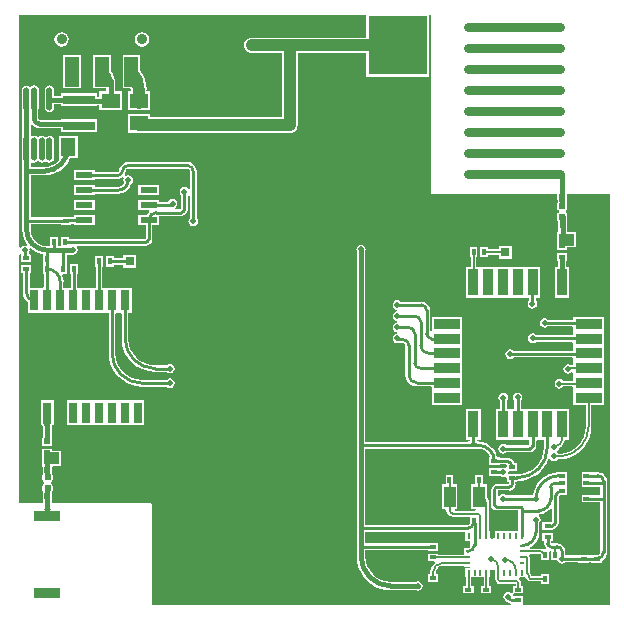
<source format=gbr>
G04*
G04 #@! TF.GenerationSoftware,Altium Limited,Altium Designer,25.5.2 (35)*
G04*
G04 Layer_Physical_Order=1*
G04 Layer_Color=255*
%FSLAX25Y25*%
%MOIN*%
G70*
G04*
G04 #@! TF.SameCoordinates,0BB90384-501E-406B-A6C2-AE9EDDEAC3CB*
G04*
G04*
G04 #@! TF.FilePolarity,Positive*
G04*
G01*
G75*
%ADD10C,0.00984*%
%ADD13C,0.00787*%
%ADD16C,0.01000*%
%ADD17C,0.00591*%
%ADD19R,0.04724X0.09843*%
%ADD20R,0.02031X0.07694*%
G04:AMPARAMS|DCode=21|XSize=76.94mil|YSize=20.31mil|CornerRadius=10.15mil|HoleSize=0mil|Usage=FLASHONLY|Rotation=90.000|XOffset=0mil|YOffset=0mil|HoleType=Round|Shape=RoundedRectangle|*
%AMROUNDEDRECTD21*
21,1,0.07694,0.00000,0,0,90.0*
21,1,0.05664,0.02031,0,0,90.0*
1,1,0.02031,0.00000,0.02832*
1,1,0.02031,0.00000,-0.02832*
1,1,0.02031,0.00000,-0.02832*
1,1,0.02031,0.00000,0.02832*
%
%ADD21ROUNDEDRECTD21*%
%ADD22R,0.02254X0.01438*%
%ADD23R,0.01968X0.01378*%
%ADD24R,0.01000X0.01900*%
%ADD25R,0.01438X0.02254*%
%ADD26R,0.05118X0.06299*%
%ADD27R,0.05750X0.02200*%
%ADD28R,0.03543X0.09055*%
%ADD29R,0.01500X0.01000*%
%ADD30R,0.08661X0.04134*%
%ADD31R,0.19685X0.19685*%
%ADD32R,0.03150X0.03150*%
%ADD33R,0.06299X0.05118*%
G04:AMPARAMS|DCode=34|XSize=21.65mil|YSize=19.68mil|CornerRadius=2.46mil|HoleSize=0mil|Usage=FLASHONLY|Rotation=270.000|XOffset=0mil|YOffset=0mil|HoleType=Round|Shape=RoundedRectangle|*
%AMROUNDEDRECTD34*
21,1,0.02165,0.01476,0,0,270.0*
21,1,0.01673,0.01968,0,0,270.0*
1,1,0.00492,-0.00738,-0.00837*
1,1,0.00492,-0.00738,0.00837*
1,1,0.00492,0.00738,0.00837*
1,1,0.00492,0.00738,-0.00837*
%
%ADD34ROUNDEDRECTD34*%
%ADD35R,0.09055X0.03543*%
%ADD36R,0.19685X0.19685*%
%ADD37R,0.08503X0.03791*%
%ADD38R,0.01968X0.03937*%
%ADD39R,0.03937X0.03937*%
%ADD40R,0.04134X0.03937*%
G04:AMPARAMS|DCode=41|XSize=21.65mil|YSize=19.68mil|CornerRadius=2.46mil|HoleSize=0mil|Usage=FLASHONLY|Rotation=0.000|XOffset=0mil|YOffset=0mil|HoleType=Round|Shape=RoundedRectangle|*
%AMROUNDEDRECTD41*
21,1,0.02165,0.01476,0,0,0.0*
21,1,0.01673,0.01968,0,0,0.0*
1,1,0.00492,0.00837,-0.00738*
1,1,0.00492,-0.00837,-0.00738*
1,1,0.00492,-0.00837,0.00738*
1,1,0.00492,0.00837,0.00738*
%
%ADD41ROUNDEDRECTD41*%
%ADD42R,0.03950X0.07100*%
%ADD43R,0.10630X0.03150*%
%ADD46R,0.03150X0.07087*%
%ADD49R,0.02756X0.07087*%
%ADD59C,0.03543*%
%ADD61C,0.01575*%
%ADD62C,0.03937*%
%ADD63C,0.02000*%
%ADD64C,0.03150*%
%ADD65C,0.01693*%
%ADD66C,0.01968*%
%ADD67C,0.03937*%
G36*
X137162Y196800D02*
Y137745D01*
X137350Y137293D01*
X137802Y137106D01*
X178957D01*
X179481Y136937D01*
Y135263D01*
X179491Y135213D01*
X179474Y135172D01*
X179503Y135102D01*
X179496Y135084D01*
X179548Y134246D01*
X179475Y134136D01*
X179410Y133810D01*
Y132334D01*
X179475Y132007D01*
X179660Y131730D01*
X179855Y131600D01*
X179900Y131300D01*
X179855Y131000D01*
X179660Y130870D01*
X179475Y130593D01*
X179410Y130266D01*
Y128790D01*
X179475Y128464D01*
X179660Y128187D01*
X179662Y128186D01*
X179659Y128104D01*
X179635Y127839D01*
X179626Y127780D01*
X179613Y127728D01*
X179624Y127657D01*
X179622Y127643D01*
X179574Y127528D01*
X179591Y127487D01*
X179580Y127437D01*
Y125763D01*
X179645Y125437D01*
X179707Y125346D01*
Y124449D01*
X179283D01*
Y121097D01*
X179282D01*
Y118478D01*
X182718D01*
Y119331D01*
X184402D01*
Y119341D01*
X185694D01*
Y124459D01*
X182637D01*
Y125346D01*
X182698Y125437D01*
X182763Y125763D01*
Y127437D01*
X182753Y127487D01*
X182770Y127528D01*
X182741Y127597D01*
X182747Y127616D01*
X182697Y128422D01*
X182725Y128464D01*
X182790Y128790D01*
Y130266D01*
X182725Y130593D01*
X182540Y130870D01*
X182345Y131000D01*
X182300Y131300D01*
X182345Y131600D01*
X182540Y131730D01*
X182725Y132007D01*
X182790Y132334D01*
Y133810D01*
X182725Y134136D01*
X182576Y134359D01*
X182584Y134596D01*
X182608Y134861D01*
X182617Y134920D01*
X182630Y134971D01*
X182619Y135043D01*
X182622Y135057D01*
X182669Y135172D01*
X182653Y135213D01*
X182663Y135263D01*
Y136937D01*
X183186Y137106D01*
X196850D01*
Y0D01*
X168466D01*
X168056Y341D01*
X168056Y551D01*
Y2960D01*
X165113D01*
X164742Y2960D01*
X164547Y3481D01*
X164698Y3715D01*
X164732Y3767D01*
X164878Y3915D01*
X165013Y3915D01*
X168056D01*
Y6535D01*
X167303D01*
Y7600D01*
X167311D01*
X167211Y8102D01*
X166927Y8527D01*
X166656Y8708D01*
X166823Y9259D01*
X168665D01*
X169078Y8926D01*
X169627Y8210D01*
X169637Y8220D01*
X169930Y8024D01*
X170276Y7955D01*
X173887D01*
Y7141D01*
X176507D01*
Y10576D01*
X173887D01*
Y9761D01*
X170735D01*
X170518Y10086D01*
X170380Y10777D01*
X170382Y10783D01*
Y15800D01*
X170313Y16146D01*
X170117Y16439D01*
X170125Y16446D01*
X170075Y16480D01*
X170242Y17031D01*
X173878D01*
Y17007D01*
X173887Y17003D01*
Y15182D01*
X176507D01*
Y17754D01*
X177016Y18183D01*
X177347Y18127D01*
X177462Y17944D01*
Y15182D01*
X179457D01*
X179517Y14886D01*
X179865Y14365D01*
X180385Y14017D01*
X181000Y13894D01*
X181614Y14017D01*
X182135Y14365D01*
X182151Y14388D01*
X186471D01*
Y14226D01*
X189906D01*
Y14424D01*
X190802D01*
Y14226D01*
X194237D01*
Y14872D01*
X194261Y14882D01*
X194982Y15435D01*
X195536Y16156D01*
X195884Y16996D01*
X196002Y17898D01*
X195994D01*
Y35433D01*
X195996D01*
X195994Y35443D01*
Y40354D01*
X196000D01*
X195994Y40383D01*
Y41339D01*
X195998D01*
X195896Y42112D01*
X195598Y42832D01*
X195123Y43450D01*
X194505Y43925D01*
X193785Y44223D01*
X193012Y44325D01*
Y44321D01*
X190650D01*
Y44488D01*
X187500D01*
Y41929D01*
Y39370D01*
X190650D01*
Y39538D01*
X193770D01*
Y36643D01*
X190650D01*
Y36811D01*
X187500D01*
Y34252D01*
X190650D01*
Y34420D01*
X193770D01*
Y17898D01*
X193765D01*
X193670Y17421D01*
X193401Y17017D01*
X193143Y16845D01*
X190802D01*
Y16647D01*
X189906D01*
Y16845D01*
X186471D01*
Y16612D01*
X182151D01*
X182135Y16635D01*
X182112Y16651D01*
Y17913D01*
X182114D01*
X182021Y18615D01*
X181750Y19270D01*
X181319Y19831D01*
X180757Y20263D01*
X180102Y20534D01*
X179400Y20626D01*
Y20625D01*
X177312D01*
Y21509D01*
X177899D01*
Y24129D01*
X174464D01*
Y21509D01*
X175088D01*
Y20500D01*
X175069D01*
X175230Y19689D01*
X175578Y19169D01*
X175348Y18618D01*
X174764D01*
X174628Y18709D01*
X173878Y18858D01*
Y18837D01*
X170414D01*
X170305Y19389D01*
X170599Y19510D01*
X171752Y20395D01*
X172636Y21548D01*
X173193Y22891D01*
X173382Y24331D01*
X173356D01*
Y27392D01*
X173380Y27408D01*
X173728Y27929D01*
X173850Y28543D01*
X173728Y29158D01*
X173380Y29679D01*
X173149Y29833D01*
X173182Y30066D01*
X173329Y30375D01*
X174541Y30535D01*
X175764Y31041D01*
X176814Y31847D01*
X177077Y32190D01*
X177628Y32003D01*
Y27703D01*
X174464D01*
Y25084D01*
X177899D01*
Y25323D01*
X178455Y25434D01*
X179201Y25933D01*
X179700Y26679D01*
X179875Y27559D01*
X179852D01*
Y34936D01*
X179888Y34970D01*
Y34970D01*
X179892Y34979D01*
X179878Y35433D01*
X179897Y35976D01*
X179899Y36004D01*
X179908Y36025D01*
X180100Y36496D01*
X180194Y36637D01*
X180455Y36811D01*
X182579D01*
Y39370D01*
Y41929D01*
Y44488D01*
X179429D01*
Y44285D01*
X178284Y44172D01*
X176625Y43669D01*
X175096Y42852D01*
X173757Y41752D01*
X172657Y40412D01*
X171840Y38884D01*
X171337Y37225D01*
X171287Y36717D01*
X171165Y36635D01*
X171149Y36612D01*
X162488D01*
X162032Y36917D01*
X161417Y37039D01*
X160803Y36917D01*
X160282Y36568D01*
X160128Y36338D01*
X159576Y36505D01*
Y38258D01*
X163386D01*
Y38239D01*
X164195Y38400D01*
X164882Y38859D01*
X165340Y39545D01*
X165501Y40354D01*
X165482D01*
Y41194D01*
X166087D01*
Y41380D01*
X167819Y41516D01*
X169517Y41924D01*
X171130Y42592D01*
X172618Y43504D01*
X173945Y44638D01*
X175079Y45965D01*
X175991Y47453D01*
X176482Y48639D01*
X177104Y48700D01*
X177262Y48465D01*
X177783Y48117D01*
X178397Y47994D01*
X179012Y48117D01*
X179533Y48465D01*
X179697Y48711D01*
X180505Y48720D01*
X180528Y48720D01*
X180537Y48712D01*
X180596Y48719D01*
X181059Y48775D01*
X181566Y48815D01*
X181613Y48826D01*
X183232Y49215D01*
X184815Y49871D01*
X186276Y50766D01*
X187579Y51879D01*
X188692Y53182D01*
X189587Y54643D01*
X190243Y56226D01*
X190643Y57892D01*
X190778Y59600D01*
X190761D01*
Y66852D01*
X194976D01*
Y71222D01*
X194976Y71576D01*
X194976Y72127D01*
Y76144D01*
X194976Y76497D01*
X194976Y77048D01*
Y81065D01*
X194976Y81419D01*
X194976Y81970D01*
Y85986D01*
X194976Y86340D01*
X194976Y86891D01*
Y90908D01*
X194976Y91261D01*
X194976Y91812D01*
Y96183D01*
X184740D01*
Y95206D01*
X176348D01*
X176332Y95230D01*
X175811Y95578D01*
X175197Y95700D01*
X174582Y95578D01*
X174062Y95230D01*
X173713Y94709D01*
X173591Y94095D01*
X173713Y93480D01*
X174062Y92959D01*
X174582Y92611D01*
X175197Y92489D01*
X175811Y92611D01*
X176332Y92959D01*
X176348Y92983D01*
X184350D01*
X184740Y92593D01*
X184740Y91459D01*
X184740Y90908D01*
Y90088D01*
X172411D01*
X172395Y90112D01*
X171874Y90460D01*
X171260Y90582D01*
X170645Y90460D01*
X170124Y90112D01*
X169776Y89591D01*
X169654Y88976D01*
X169776Y88362D01*
X170124Y87841D01*
X170645Y87493D01*
X171260Y87371D01*
X171874Y87493D01*
X172395Y87841D01*
X172411Y87865D01*
X184350D01*
X184740Y87475D01*
X184740Y86537D01*
X184740Y85986D01*
Y84812D01*
X164851D01*
X164835Y84835D01*
X164314Y85183D01*
X163700Y85306D01*
X163085Y85183D01*
X162565Y84835D01*
X162217Y84315D01*
X162094Y83700D01*
X162217Y83086D01*
X162565Y82565D01*
X163085Y82217D01*
X163700Y82094D01*
X164314Y82217D01*
X164835Y82565D01*
X164851Y82588D01*
X184350D01*
X184740Y82198D01*
X184740Y81616D01*
X184740Y81065D01*
Y79960D01*
X184080D01*
X183685Y80224D01*
X183071Y80346D01*
X182456Y80224D01*
X181936Y79875D01*
X181587Y79355D01*
X181465Y78740D01*
X181587Y78126D01*
X181936Y77605D01*
X182456Y77257D01*
X183071Y77135D01*
X183685Y77257D01*
X184189Y77593D01*
X184295Y77573D01*
X184740Y77411D01*
X184740Y76695D01*
X184740Y76144D01*
Y74722D01*
X181409D01*
X181254Y74954D01*
X180733Y75302D01*
X180118Y75424D01*
X179504Y75302D01*
X178983Y74954D01*
X178635Y74433D01*
X178513Y73819D01*
X178635Y73204D01*
X178983Y72684D01*
X179504Y72335D01*
X180118Y72213D01*
X180733Y72335D01*
X181254Y72684D01*
X181409Y72916D01*
X184350D01*
X184740Y72526D01*
X184740Y71773D01*
X184740Y71222D01*
Y66852D01*
X188955D01*
Y59600D01*
X188962Y59562D01*
X188791Y57823D01*
X188273Y56115D01*
X187431Y54540D01*
X186298Y53160D01*
X184918Y52027D01*
X183344Y51185D01*
X181635Y50667D01*
X180546Y50560D01*
X180516Y50586D01*
X180497Y50578D01*
X179949Y50520D01*
X179739Y50518D01*
X179554Y50703D01*
X179533Y50735D01*
X179499Y50757D01*
X179333Y50924D01*
Y51531D01*
X179533Y51665D01*
X179881Y52185D01*
X179942Y52494D01*
X180564Y52769D01*
X180567Y52764D01*
X181026Y53071D01*
X181108Y53194D01*
X181106Y53195D01*
X181137Y53241D01*
X181445Y53642D01*
X181796Y54490D01*
X181895Y55238D01*
X183362D01*
Y65474D01*
X178638D01*
Y65474D01*
X178441D01*
Y65474D01*
X174070D01*
X173717Y65474D01*
X173166Y65474D01*
X169149D01*
X168795Y65474D01*
X168244Y65474D01*
X167312D01*
Y68149D01*
X167335Y68165D01*
X167683Y68686D01*
X167806Y69300D01*
X167683Y69915D01*
X167335Y70435D01*
X166814Y70783D01*
X166200Y70906D01*
X165585Y70783D01*
X165065Y70435D01*
X164717Y69915D01*
X164594Y69300D01*
X164717Y68686D01*
X165065Y68165D01*
X165088Y68149D01*
Y65864D01*
X164698Y65474D01*
X163874Y65474D01*
X163323Y65474D01*
X162512D01*
Y68049D01*
X162535Y68065D01*
X162883Y68585D01*
X163006Y69200D01*
X162883Y69814D01*
X162535Y70335D01*
X162014Y70683D01*
X161400Y70806D01*
X160785Y70683D01*
X160265Y70335D01*
X159917Y69814D01*
X159794Y69200D01*
X159917Y68585D01*
X160265Y68065D01*
X160288Y68049D01*
Y65474D01*
X158953D01*
Y55238D01*
X163323D01*
X163677Y55238D01*
X164228Y55238D01*
X168244D01*
X168598Y55238D01*
X169149Y55238D01*
X170148D01*
Y53277D01*
X162568D01*
X162553Y53301D01*
X162032Y53649D01*
X161417Y53771D01*
X160803Y53649D01*
X160282Y53301D01*
X159934Y52780D01*
X159812Y52165D01*
X159934Y51551D01*
X160282Y51030D01*
X160803Y50682D01*
X161417Y50560D01*
X162032Y50682D01*
X162553Y51030D01*
X162568Y51053D01*
X170276D01*
Y51034D01*
X171085Y51195D01*
X171771Y51654D01*
X172230Y52340D01*
X172391Y53150D01*
X172372D01*
Y54848D01*
X172761Y55238D01*
X173519Y55238D01*
X174070Y55238D01*
X174967D01*
Y52504D01*
X174977Y52456D01*
X174810Y50767D01*
X174304Y49097D01*
X173481Y47558D01*
X172374Y46209D01*
X171025Y45102D01*
X169486Y44279D01*
X167816Y43773D01*
X166639Y43657D01*
X166087Y43814D01*
Y43814D01*
X163362D01*
X163013Y44240D01*
X163023Y44291D01*
X163013Y44343D01*
X163362Y44769D01*
X166087D01*
Y47388D01*
X165170D01*
X165074Y47622D01*
X164583Y48261D01*
X163944Y48751D01*
X163200Y49059D01*
X162402Y49164D01*
Y49159D01*
X160182D01*
Y49357D01*
X159443D01*
X159101Y50482D01*
X158514Y51581D01*
X157723Y52545D01*
X156759Y53337D01*
X155659Y53924D01*
X154465Y54286D01*
X153224Y54409D01*
X153217Y54597D01*
X152584D01*
Y55238D01*
X153834D01*
Y65474D01*
X149110D01*
Y55238D01*
X150360D01*
Y54597D01*
X149783D01*
Y54399D01*
X115405D01*
Y117868D01*
X115483Y117985D01*
X115606Y118600D01*
X115483Y119214D01*
X115135Y119735D01*
X114614Y120083D01*
X114000Y120206D01*
X113385Y120083D01*
X112865Y119735D01*
X112517Y119214D01*
X112394Y118600D01*
X112517Y117985D01*
X112595Y117868D01*
Y53200D01*
Y30300D01*
Y25591D01*
Y19600D01*
Y16400D01*
X112587D01*
X112727Y14615D01*
X113145Y12873D01*
X113831Y11219D01*
X114767Y9691D01*
X115930Y8330D01*
X117291Y7167D01*
X118819Y6231D01*
X120473Y5545D01*
X122215Y5127D01*
X124000Y4987D01*
Y4995D01*
X132268D01*
X132386Y4917D01*
X133000Y4794D01*
X133615Y4917D01*
X134135Y5265D01*
X134483Y5785D01*
X134606Y6400D01*
X134483Y7015D01*
X134135Y7535D01*
X133615Y7883D01*
X133000Y8006D01*
X132386Y7883D01*
X132268Y7805D01*
X124000D01*
X123938Y7793D01*
X122320Y7952D01*
X120704Y8442D01*
X119215Y9238D01*
X117909Y10309D01*
X116838Y11615D01*
X116042Y13104D01*
X115552Y14720D01*
X115393Y16338D01*
X115405Y16400D01*
Y18375D01*
X136314D01*
Y18178D01*
X139749D01*
Y20797D01*
X136314D01*
Y20599D01*
X115405D01*
Y24479D01*
X148767D01*
Y21560D01*
X150161D01*
Y19222D01*
X150033Y19137D01*
X149616Y19054D01*
Y19046D01*
X149508Y19025D01*
X148275D01*
Y16816D01*
X139749D01*
Y17222D01*
X136314D01*
Y14603D01*
X138362D01*
X138549Y14052D01*
X138225Y13803D01*
X137622Y13017D01*
X137243Y12101D01*
X137113Y11119D01*
X137128D01*
Y10460D01*
X136314D01*
Y7841D01*
X139749D01*
Y10460D01*
X138935D01*
Y11119D01*
X138932Y11133D01*
X139080Y11877D01*
X139509Y12519D01*
X140152Y12949D01*
X140896Y13097D01*
X140910Y13094D01*
X148275D01*
Y12907D01*
X150161D01*
Y12341D01*
X148767D01*
Y9259D01*
X148954D01*
Y6535D01*
X148082D01*
Y3915D01*
X151517D01*
Y6535D01*
X150761D01*
Y9259D01*
X154860D01*
Y6535D01*
X153982D01*
Y3915D01*
X157418D01*
Y6535D01*
X156666D01*
Y9259D01*
X156853D01*
Y11661D01*
X158609D01*
Y9259D01*
X158797D01*
Y8700D01*
X158783D01*
X158906Y8081D01*
X159257Y7557D01*
X159781Y7206D01*
X160400Y7083D01*
Y7097D01*
X165497D01*
Y6535D01*
X164621D01*
X164621Y4360D01*
Y4360D01*
Y4360D01*
X164621Y4301D01*
X164353Y4154D01*
X164070Y4079D01*
X163614Y4383D01*
X163000Y4506D01*
X162385Y4383D01*
X161865Y4035D01*
X161517Y3514D01*
X161394Y2900D01*
X161517Y2286D01*
X161865Y1765D01*
X162385Y1417D01*
X162443Y1405D01*
X162568Y1218D01*
X163340Y703D01*
X164103Y551D01*
X164049Y0D01*
X44351D01*
X44340Y16D01*
Y33551D01*
X44153Y34003D01*
X43701Y34190D01*
X10937D01*
Y35045D01*
X10998Y35137D01*
X11063Y35463D01*
Y37137D01*
X11053Y37187D01*
X11069Y37228D01*
X11041Y37297D01*
X11047Y37316D01*
X11011Y37894D01*
X11125Y38064D01*
X11190Y38390D01*
Y39867D01*
X11125Y40193D01*
X10940Y40470D01*
X10745Y40600D01*
X10700Y40900D01*
X10745Y41200D01*
X10940Y41330D01*
X11125Y41607D01*
X11190Y41934D01*
Y43410D01*
X11125Y43736D01*
X11009Y43909D01*
X11016Y43993D01*
X11023Y44038D01*
X11033Y44080D01*
X11021Y44154D01*
X11022Y44157D01*
X11069Y44272D01*
X11053Y44313D01*
X11063Y44363D01*
Y46037D01*
X11263Y46258D01*
X11530Y46437D01*
X11548Y46441D01*
X14053D01*
Y51559D01*
X11118D01*
Y52222D01*
X9552D01*
X9400Y52253D01*
X9248Y52222D01*
X7683D01*
Y51575D01*
X7677D01*
Y50281D01*
X7646Y50205D01*
X7677Y50130D01*
Y46457D01*
X7677Y46457D01*
X7880Y46037D01*
Y44363D01*
X7891Y44313D01*
X7874Y44272D01*
X7922Y44157D01*
X7928Y44122D01*
X7921Y44100D01*
X7924Y44056D01*
X7923Y44044D01*
X7926Y44034D01*
X7941Y43834D01*
X7875Y43736D01*
X7810Y43410D01*
Y41934D01*
X7875Y41607D01*
X8060Y41330D01*
X8255Y41200D01*
X8300Y40900D01*
X8255Y40600D01*
X8060Y40470D01*
X7875Y40193D01*
X7810Y39867D01*
Y38390D01*
X7875Y38064D01*
X7963Y37932D01*
X7959Y37804D01*
X7935Y37539D01*
X7926Y37480D01*
X7914Y37429D01*
X7924Y37357D01*
X7922Y37343D01*
X7874Y37228D01*
X7891Y37187D01*
X7880Y37137D01*
Y35463D01*
X7945Y35137D01*
X8006Y35045D01*
Y34190D01*
X8D01*
X0Y34196D01*
Y116719D01*
X528Y117010D01*
X683Y116897D01*
X683Y116897D01*
X683Y116897D01*
Y114278D01*
X4118D01*
Y116897D01*
X3520D01*
X3225Y117448D01*
X3383Y117685D01*
X3506Y118300D01*
X3427Y118695D01*
X3929Y118996D01*
X4779Y118298D01*
X6233Y117522D01*
X7810Y117043D01*
X7978Y117027D01*
Y113783D01*
Y110382D01*
X8175D01*
Y106126D01*
X7786Y105736D01*
X7213Y105736D01*
X6661Y105736D01*
X3512D01*
Y110703D01*
X4118D01*
Y113322D01*
X683D01*
Y110703D01*
X1288D01*
Y104248D01*
X1277D01*
X1406Y103272D01*
X1782Y102363D01*
X2381Y101583D01*
X3079Y101048D01*
Y97469D01*
X6661D01*
X7016Y97469D01*
X7567Y97469D01*
X10992D01*
X11543Y97469D01*
Y97469D01*
X11543D01*
Y97469D01*
X19654D01*
X20205Y97469D01*
X20756Y97469D01*
X23984D01*
X24535Y97469D01*
X25087Y97469D01*
X29919D01*
Y84000D01*
X29906D01*
X30043Y82260D01*
X30450Y80562D01*
X31118Y78949D01*
X32030Y77461D01*
X33164Y76134D01*
X34492Y75000D01*
X35980Y74088D01*
X37593Y73420D01*
X39290Y73012D01*
X41031Y72875D01*
Y72888D01*
X49149D01*
X49165Y72865D01*
X49685Y72517D01*
X50300Y72394D01*
X50915Y72517D01*
X51435Y72865D01*
X51783Y73386D01*
X51906Y74000D01*
X51783Y74615D01*
X51435Y75135D01*
X50915Y75483D01*
X50300Y75606D01*
X49685Y75483D01*
X49165Y75135D01*
X49149Y75112D01*
X41031D01*
X40983Y75102D01*
X39294Y75269D01*
X37624Y75775D01*
X36085Y76598D01*
X34736Y77705D01*
X33629Y79054D01*
X32806Y80593D01*
X32299Y82263D01*
X32133Y83952D01*
X32142Y84000D01*
Y97079D01*
X32532Y97469D01*
X33197Y97469D01*
X33860Y97469D01*
X34249Y97079D01*
Y88900D01*
X34237D01*
X34374Y87160D01*
X34781Y85462D01*
X35449Y83849D01*
X36361Y82361D01*
X37495Y81034D01*
X38822Y79900D01*
X40311Y78988D01*
X41924Y78320D01*
X43621Y77912D01*
X45361Y77775D01*
Y77788D01*
X49149D01*
X49165Y77765D01*
X49685Y77417D01*
X50300Y77294D01*
X50915Y77417D01*
X51435Y77765D01*
X51783Y78285D01*
X51906Y78900D01*
X51783Y79514D01*
X51435Y80035D01*
X50915Y80383D01*
X50300Y80506D01*
X49685Y80383D01*
X49165Y80035D01*
X49149Y80012D01*
X45361D01*
X45314Y80002D01*
X43625Y80169D01*
X41955Y80675D01*
X40415Y81498D01*
X39066Y82605D01*
X37959Y83954D01*
X37137Y85493D01*
X36630Y87163D01*
X36464Y88852D01*
X36473Y88900D01*
Y97469D01*
X37528D01*
Y105736D01*
X33748D01*
X33197Y105736D01*
X32646Y105736D01*
X27812D01*
Y112882D01*
X28022D01*
Y116317D01*
X25403D01*
Y112882D01*
X25588D01*
Y106126D01*
X25198Y105736D01*
X24535Y105736D01*
X23984Y105736D01*
X20756D01*
X20205Y105736D01*
X19789Y105736D01*
X19399Y106126D01*
Y110382D01*
X19597D01*
Y113818D01*
X16978D01*
Y110382D01*
X17176D01*
Y105736D01*
X14820D01*
Y107680D01*
X14846D01*
X14657Y109118D01*
X14323Y109924D01*
X14629Y110382D01*
X16022D01*
Y113818D01*
X15824D01*
Y116895D01*
X17394D01*
X17900Y116794D01*
X18515Y116917D01*
X19035Y117265D01*
X19383Y117786D01*
X19506Y118400D01*
X19383Y119015D01*
X19168Y119337D01*
X19424Y119888D01*
X42260D01*
Y119868D01*
X43094Y120034D01*
X43801Y120506D01*
X44274Y121213D01*
X44440Y122047D01*
X44419D01*
Y126636D01*
X46671D01*
Y129794D01*
X54134D01*
Y129774D01*
X54943Y129935D01*
X55630Y130394D01*
X56088Y131080D01*
X56249Y131890D01*
X56230D01*
Y136378D01*
X56408Y136530D01*
X56959Y136277D01*
Y129104D01*
X56936Y129088D01*
X56587Y128567D01*
X56465Y127953D01*
X56587Y127338D01*
X56936Y126817D01*
X57456Y126469D01*
X58071Y126347D01*
X58685Y126469D01*
X59206Y126817D01*
X59554Y127338D01*
X59676Y127953D01*
X59554Y128567D01*
X59206Y129088D01*
X59183Y129104D01*
Y144685D01*
X59188D01*
X59083Y145484D01*
X58775Y146228D01*
X58284Y146867D01*
X57645Y147357D01*
X56901Y147665D01*
X56102Y147771D01*
Y147766D01*
X36417D01*
Y147771D01*
X35619Y147665D01*
X34875Y147357D01*
X34236Y146867D01*
X33745Y146228D01*
X33437Y145484D01*
X33332Y144685D01*
X33326D01*
X33257Y144518D01*
X33091Y144449D01*
Y144439D01*
X25221D01*
Y145017D01*
X18290D01*
Y141636D01*
X25221D01*
Y142215D01*
X33091D01*
Y142188D01*
X34046Y142378D01*
X34490Y142675D01*
X34828Y142425D01*
X34925Y142303D01*
X34812Y141732D01*
X34934Y141118D01*
X35130Y140825D01*
X34645Y140099D01*
X33895Y139599D01*
X33051Y139431D01*
X33012Y139439D01*
X25221D01*
Y140017D01*
X18290D01*
Y136636D01*
X25221D01*
Y137215D01*
X33012D01*
Y137197D01*
X34185Y137352D01*
X35279Y137805D01*
X36218Y138526D01*
X36939Y139465D01*
X37353Y140463D01*
X37553Y140597D01*
X37901Y141118D01*
X38023Y141732D01*
X37901Y142347D01*
X37553Y142868D01*
X37032Y143216D01*
X36417Y143338D01*
X35803Y143216D01*
X35647Y143112D01*
X35250Y143509D01*
X35397Y143730D01*
X35587Y144685D01*
X35587D01*
X35746Y145170D01*
X35820Y145282D01*
X36094Y145465D01*
X36417Y145529D01*
Y145542D01*
X56102D01*
Y145529D01*
X56425Y145465D01*
X56699Y145282D01*
X56882Y145008D01*
X56946Y144685D01*
X56959D01*
Y138867D01*
X56408Y138700D01*
X56253Y138931D01*
X55733Y139279D01*
X55118Y139401D01*
X54504Y139279D01*
X53983Y138931D01*
X53635Y138410D01*
X53513Y137795D01*
X53635Y137181D01*
X53983Y136660D01*
X54006Y136644D01*
Y132017D01*
X52253D01*
X52086Y132569D01*
X52316Y132723D01*
X52665Y133244D01*
X52787Y133858D01*
X52665Y134473D01*
X52316Y134994D01*
X51796Y135342D01*
X51181Y135464D01*
X50567Y135342D01*
X50046Y134994D01*
X49698Y134473D01*
X49691Y134439D01*
X46671D01*
Y135017D01*
X39740D01*
Y131636D01*
X43164D01*
X43351Y131085D01*
X43167Y130944D01*
X42579Y130177D01*
X42513Y130017D01*
X39740D01*
Y126636D01*
X42195D01*
Y122122D01*
X42188Y122119D01*
X42186Y122112D01*
X16614D01*
Y122717D01*
X13995D01*
Y119705D01*
X13040D01*
Y122717D01*
X10420D01*
Y119705D01*
X9450D01*
X9374Y119690D01*
X7998Y119871D01*
X6645Y120431D01*
X5484Y121323D01*
X4592Y122485D01*
X4032Y123838D01*
X3850Y125214D01*
X3866Y125289D01*
Y127022D01*
X14031D01*
Y126824D01*
X17466D01*
Y127215D01*
X18290D01*
Y126636D01*
X25221D01*
Y130017D01*
X18290D01*
Y129439D01*
X17466D01*
Y129444D01*
X14031D01*
Y129246D01*
X3866D01*
Y143280D01*
X8345D01*
Y143262D01*
X10186Y143443D01*
X11957Y143980D01*
X13589Y144852D01*
X15019Y146026D01*
X16193Y147456D01*
X16996Y148960D01*
X19510D01*
Y156440D01*
X13210D01*
Y148960D01*
X13210D01*
X13425Y148507D01*
X13025Y148020D01*
X12022Y147197D01*
X10878Y146585D01*
X9636Y146208D01*
X8375Y146084D01*
X8345Y146090D01*
X3866D01*
Y147279D01*
X4227Y147511D01*
X4618Y147545D01*
X5020Y147465D01*
X5646Y147590D01*
X6177Y147945D01*
X6421D01*
X6952Y147590D01*
X7579Y147465D01*
X8205Y147590D01*
X8446Y147751D01*
X8858Y147900D01*
X9270Y147751D01*
X9511Y147590D01*
X10138Y147465D01*
X10764Y147590D01*
X11296Y147945D01*
X11651Y148476D01*
X11775Y149102D01*
Y154766D01*
X11651Y155393D01*
X11296Y155924D01*
X10764Y156279D01*
X10138Y156404D01*
X9511Y156279D01*
X9270Y156118D01*
X8858Y155968D01*
X8446Y156118D01*
X8205Y156279D01*
X7579Y156404D01*
X6952Y156279D01*
X6421Y155924D01*
X6177D01*
X5646Y156279D01*
X5020Y156404D01*
X4618Y156324D01*
X4227Y156358D01*
X3866Y156589D01*
Y160003D01*
X4417Y160191D01*
X4573Y159987D01*
X5252Y159466D01*
X6042Y159139D01*
X6890Y159027D01*
Y159028D01*
X14095D01*
Y157673D01*
X25905D01*
Y162004D01*
X14095D01*
Y161838D01*
X6890D01*
X6868Y161834D01*
X6551Y161965D01*
X6420Y162281D01*
X6425Y162303D01*
Y165246D01*
X6532Y165407D01*
X6657Y166034D01*
Y171697D01*
X6532Y172324D01*
X6177Y172855D01*
X5646Y173210D01*
X5020Y173335D01*
X4393Y173210D01*
X4152Y173049D01*
X3740Y172900D01*
X3328Y173049D01*
X3087Y173210D01*
X2461Y173335D01*
X1834Y173210D01*
X1303Y172855D01*
X948Y172324D01*
X823Y171697D01*
Y166034D01*
X948Y165407D01*
X1056Y165246D01*
Y156372D01*
X855D01*
Y147496D01*
X1056D01*
Y144685D01*
Y127953D01*
Y125289D01*
X1042D01*
X1204Y123649D01*
X1682Y122072D01*
X2459Y120618D01*
X2758Y120254D01*
X2658Y120061D01*
X2415Y119803D01*
X1900Y119906D01*
X1285Y119783D01*
X765Y119435D01*
X551Y119116D01*
X0Y119283D01*
Y196850D01*
X115737D01*
Y189201D01*
X77600D01*
X76932Y189113D01*
X76309Y188855D01*
X75775Y188445D01*
X75365Y187911D01*
X75107Y187288D01*
X75019Y186620D01*
Y186600D01*
X75107Y185932D01*
X75365Y185309D01*
X75775Y184775D01*
X76309Y184365D01*
X76932Y184107D01*
X77600Y184019D01*
X77753Y184039D01*
X87719D01*
Y162601D01*
X43640D01*
Y163780D01*
X36160D01*
Y157481D01*
X39584D01*
X39900Y157439D01*
X90300D01*
X90968Y157527D01*
X91591Y157785D01*
X92125Y158195D01*
X92535Y158729D01*
X92793Y159352D01*
X92881Y160020D01*
Y184039D01*
X115737D01*
Y176187D01*
X136603D01*
Y196850D01*
X137129D01*
X137162Y196800D01*
D02*
G37*
G36*
X181919Y138525D02*
X182009Y137076D01*
X182030Y137028D01*
X180113D01*
X180134Y137076D01*
X180153Y137154D01*
X180170Y137261D01*
X180197Y137565D01*
X180221Y138241D01*
X180225Y138839D01*
X181918D01*
X181919Y138525D01*
D02*
G37*
G36*
X182009Y135124D02*
X181990Y135046D01*
X181973Y134939D01*
X181946Y134635D01*
X181923Y133959D01*
X181918Y133361D01*
X180225D01*
X180224Y133675D01*
X180134Y135124D01*
X180113Y135172D01*
X182030D01*
X182009Y135124D01*
D02*
G37*
G36*
X182019Y129025D02*
X182109Y127576D01*
X182130Y127528D01*
X180213D01*
X180234Y127576D01*
X180253Y127654D01*
X180270Y127761D01*
X180297Y128065D01*
X180321Y128741D01*
X180325Y129339D01*
X182018D01*
X182019Y129025D01*
D02*
G37*
G36*
X10464Y50188D02*
X10418Y50138D01*
X10378Y50053D01*
X10343Y49935D01*
X10314Y49782D01*
X10289Y49596D01*
X10257Y49122D01*
X10246Y48513D01*
X8553D01*
X8551Y48834D01*
X8486Y49782D01*
X8457Y49935D01*
X8422Y50053D01*
X8382Y50138D01*
X8336Y50188D01*
X8285Y50205D01*
X10515D01*
X10464Y50188D01*
D02*
G37*
G36*
X10248Y47662D02*
X10336Y46409D01*
X10364Y46289D01*
X10395Y46196D01*
X10430Y46128D01*
X8513D01*
X8521Y46156D01*
X8528Y46218D01*
X8539Y46438D01*
X8553Y47882D01*
X10246Y47961D01*
X10248Y47662D01*
D02*
G37*
G36*
X149783Y51978D02*
X153217D01*
Y51978D01*
X153769Y52111D01*
X154295Y52041D01*
X155292Y51628D01*
X156148Y50971D01*
X156805Y50115D01*
X156977Y49701D01*
X156747Y49357D01*
X156747D01*
Y46738D01*
X160182D01*
Y46935D01*
X162402D01*
Y46923D01*
X162653Y46873D01*
Y46023D01*
X162101Y45728D01*
X162032Y45775D01*
X161417Y45897D01*
X160803Y45775D01*
X160733Y45728D01*
X160182Y45782D01*
Y45782D01*
X156747D01*
Y43163D01*
X160182D01*
X160633Y42921D01*
X160803Y42808D01*
X161417Y42686D01*
X162032Y42808D01*
X162101Y42854D01*
X162653Y42560D01*
Y41194D01*
X163258D01*
Y40482D01*
X159449D01*
Y40501D01*
X158639Y40340D01*
X157953Y39882D01*
X157494Y39195D01*
X157333Y38386D01*
X157353D01*
Y33465D01*
X157339D01*
X157477Y32772D01*
X157870Y32184D01*
X158457Y31792D01*
X159150Y31654D01*
Y31668D01*
X166462D01*
Y24641D01*
X158609D01*
Y22439D01*
X156853D01*
Y24641D01*
X156766D01*
Y33808D01*
X156776D01*
X156660Y34695D01*
X156317Y35521D01*
X155916Y36044D01*
Y40361D01*
X154672D01*
Y43450D01*
X152052D01*
Y40361D01*
X150785D01*
Y32080D01*
X152232D01*
X152235Y32076D01*
X152086Y31638D01*
X151982Y31515D01*
X145246D01*
X145230Y31529D01*
X145428Y32050D01*
X145470Y32080D01*
X146066D01*
Y40361D01*
X144798D01*
Y43450D01*
X142178D01*
Y40361D01*
X140935D01*
Y32080D01*
X142081D01*
X142473Y31697D01*
X142642Y30850D01*
X143121Y30133D01*
X143839Y29653D01*
X144685Y29485D01*
Y29508D01*
X150478D01*
Y27814D01*
X150463Y27740D01*
X150454D01*
X150376Y27346D01*
X150153Y27013D01*
X149819Y26790D01*
X149425Y26711D01*
Y26702D01*
X115405D01*
Y30300D01*
Y52175D01*
X149783D01*
Y51978D01*
D02*
G37*
G36*
X10412Y44229D02*
X10395Y44161D01*
X10381Y44066D01*
X10359Y43799D01*
X10345Y43206D01*
X10346Y42681D01*
X8654Y42662D01*
X8649Y42935D01*
X8558Y44148D01*
X8537Y44222D01*
X8513Y44272D01*
X10430D01*
X10412Y44229D01*
D02*
G37*
G36*
X10319Y38725D02*
X10409Y37276D01*
X10430Y37228D01*
X8513D01*
X8534Y37276D01*
X8553Y37354D01*
X8570Y37461D01*
X8597Y37765D01*
X8621Y38441D01*
X8625Y39039D01*
X10318D01*
X10319Y38725D01*
D02*
G37*
G36*
X10327Y33045D02*
X10352Y32756D01*
X10394Y32502D01*
X10453Y32281D01*
X10530Y32094D01*
X10623Y31940D01*
X10733Y31820D01*
X10860Y31734D01*
X11004Y31681D01*
X11165Y31661D01*
X7779D01*
X7940Y31681D01*
X8083Y31734D01*
X8210Y31820D01*
X8320Y31940D01*
X8414Y32094D01*
X8490Y32281D01*
X8549Y32502D01*
X8591Y32756D01*
X8617Y33045D01*
X8625Y33366D01*
X10318D01*
X10327Y33045D01*
D02*
G37*
%LPC*%
G36*
X41000Y191008D02*
X40078Y190825D01*
X39297Y190303D01*
X38775Y189522D01*
X38592Y188600D01*
X38775Y187678D01*
X39297Y186897D01*
X40078Y186375D01*
X41000Y186191D01*
X41922Y186375D01*
X42703Y186897D01*
X43225Y187678D01*
X43409Y188600D01*
X43225Y189522D01*
X42703Y190303D01*
X41922Y190825D01*
X41000Y191008D01*
D02*
G37*
G36*
X14228D02*
X13307Y190825D01*
X12525Y190303D01*
X12003Y189522D01*
X11820Y188600D01*
X12003Y187678D01*
X12525Y186897D01*
X13307Y186375D01*
X14228Y186191D01*
X15150Y186375D01*
X15932Y186897D01*
X16454Y187678D01*
X16637Y188600D01*
X16454Y189522D01*
X15932Y190303D01*
X15150Y190825D01*
X14228Y191008D01*
D02*
G37*
G36*
X20724Y183285D02*
X14819D01*
Y172261D01*
X20724D01*
Y183285D01*
D02*
G37*
G36*
X30567D02*
X24661D01*
Y172261D01*
X29107D01*
Y171260D01*
X26772D01*
Y169515D01*
X25905D01*
Y170666D01*
X14095D01*
Y169905D01*
X11775D01*
Y171697D01*
X11651Y172324D01*
X11296Y172855D01*
X10764Y173210D01*
X10138Y173335D01*
X9511Y173210D01*
X8980Y172855D01*
X8625Y172324D01*
X8500Y171697D01*
Y166034D01*
X8625Y165407D01*
X8980Y164876D01*
X9511Y164521D01*
X10138Y164397D01*
X10764Y164521D01*
X11296Y164876D01*
X11651Y165407D01*
X11775Y166034D01*
Y167095D01*
X14095D01*
Y166334D01*
X25905D01*
Y166705D01*
X26772D01*
Y164961D01*
X34252D01*
Y171260D01*
X31917D01*
Y174876D01*
X31927D01*
X31780Y175992D01*
X31349Y177032D01*
X30664Y177925D01*
X30567Y177999D01*
Y183285D01*
D02*
G37*
G36*
X40410D02*
X34504D01*
Y172261D01*
X36918D01*
X37319Y171875D01*
Y171260D01*
X36160D01*
Y164961D01*
X39584D01*
X39900Y164919D01*
X40216Y164961D01*
X43640D01*
Y171260D01*
X42481D01*
Y171875D01*
X42493D01*
X42358Y173585D01*
X41958Y175254D01*
X41301Y176839D01*
X40410Y178294D01*
Y183285D01*
D02*
G37*
G36*
X46671Y140017D02*
X39740D01*
Y136636D01*
X46671D01*
Y140017D01*
D02*
G37*
G36*
X25221Y135017D02*
X18290D01*
Y131636D01*
X25221D01*
Y135017D01*
D02*
G37*
G36*
X164313Y119865D02*
X159982D01*
Y118603D01*
X156397D01*
Y119418D01*
X153778D01*
Y115982D01*
X156397D01*
Y116797D01*
X159982D01*
Y115535D01*
X164313D01*
Y119865D01*
D02*
G37*
G36*
X39075Y116831D02*
X34744D01*
Y115712D01*
X31597D01*
Y116317D01*
X28978D01*
Y112882D01*
X31597D01*
Y113488D01*
X34744D01*
Y112500D01*
X39075D01*
Y116831D01*
D02*
G37*
G36*
X182718Y117522D02*
X179282D01*
Y114903D01*
X179535D01*
Y112718D01*
X178638D01*
Y102482D01*
X183362D01*
Y112718D01*
X182465D01*
Y114903D01*
X182718D01*
Y117522D01*
D02*
G37*
G36*
X152822Y119418D02*
X150203D01*
Y115982D01*
X150609D01*
Y112718D01*
X149110D01*
Y102482D01*
X153480D01*
X153834Y102482D01*
X154385Y102482D01*
X158402D01*
X158755Y102482D01*
X159306Y102482D01*
X163323D01*
X163677Y102482D01*
X164228Y102482D01*
X168244D01*
X168598Y102482D01*
X169149Y102482D01*
X169988D01*
Y101651D01*
X169965Y101635D01*
X169617Y101114D01*
X169494Y100500D01*
X169617Y99885D01*
X169965Y99365D01*
X170485Y99017D01*
X171100Y98894D01*
X171714Y99017D01*
X172235Y99365D01*
X172583Y99885D01*
X172706Y100500D01*
X172583Y101114D01*
X172235Y101635D01*
X172212Y101651D01*
Y102482D01*
X173519D01*
Y112718D01*
X169149D01*
X168795Y112718D01*
X168244Y112718D01*
X164228D01*
X163874Y112718D01*
X163323Y112718D01*
X159306D01*
X158953Y112718D01*
X158402Y112718D01*
X154385D01*
X154031Y112718D01*
X153480Y112718D01*
X152416D01*
Y115982D01*
X152822D01*
Y119418D01*
D02*
G37*
G36*
X37724Y68335D02*
X37173Y68335D01*
X33748D01*
X33197Y68335D01*
X32646Y68335D01*
X25087D01*
X24535Y68335D01*
X23984Y68335D01*
X20756D01*
X20205Y68335D01*
X19654Y68335D01*
X15874D01*
Y60067D01*
X19654D01*
X20205Y60067D01*
X20756Y60067D01*
X23984D01*
X24535Y60067D01*
X25087Y60067D01*
X32646D01*
X33197Y60067D01*
X33748Y60067D01*
X37173D01*
X37528Y60067D01*
X38079Y60067D01*
X41661D01*
Y68335D01*
X37724Y68335D01*
D02*
G37*
G36*
X126100Y101706D02*
X125486Y101583D01*
X124965Y101235D01*
X124617Y100715D01*
X124494Y100100D01*
X124617Y99485D01*
X124965Y98965D01*
X125486Y98617D01*
X125747Y98565D01*
X125916Y98531D01*
Y97969D01*
X125747Y97935D01*
X125486Y97883D01*
X124965Y97535D01*
X124617Y97014D01*
X124494Y96400D01*
X124617Y95785D01*
X124965Y95265D01*
X125486Y94917D01*
X125747Y94865D01*
X125916Y94831D01*
Y94269D01*
X125747Y94235D01*
X125486Y94183D01*
X124965Y93835D01*
X124617Y93314D01*
X124494Y92700D01*
X124617Y92085D01*
X124965Y91565D01*
X125486Y91217D01*
X125747Y91165D01*
X125916Y91131D01*
Y90569D01*
X125747Y90535D01*
X125486Y90483D01*
X124965Y90135D01*
X124617Y89614D01*
X124494Y89000D01*
X124617Y88385D01*
X124965Y87865D01*
X125486Y87517D01*
X125985Y87417D01*
X126100Y87394D01*
X126517Y87463D01*
X127065Y87471D01*
X127953D01*
Y87458D01*
X128276Y87394D01*
X128550Y87211D01*
X128733Y86937D01*
X128797Y86614D01*
X128809D01*
Y76772D01*
X128799D01*
X128927Y75799D01*
X129302Y74892D01*
X129900Y74113D01*
X130678Y73516D01*
X131585Y73140D01*
X132558Y73012D01*
Y73023D01*
X137106D01*
X137496Y72633D01*
X137496Y71773D01*
X137496Y71222D01*
Y66852D01*
X147732D01*
Y71222D01*
X147732Y71576D01*
X147732Y72127D01*
Y76497D01*
X147732D01*
Y76695D01*
X147732D01*
Y81419D01*
X147732D01*
Y81616D01*
X147732D01*
Y86340D01*
X147732D01*
Y86537D01*
X147732D01*
Y90908D01*
X147732Y91261D01*
X147732Y91812D01*
Y96183D01*
X137496D01*
Y91812D01*
X137496Y91320D01*
X136945Y91060D01*
X136939Y91065D01*
Y98425D01*
X136941D01*
X136846Y99147D01*
X136567Y99820D01*
X136124Y100398D01*
X135547Y100841D01*
X134874Y101119D01*
X134152Y101214D01*
Y101212D01*
X127251D01*
X127235Y101235D01*
X126715Y101583D01*
X126100Y101706D01*
D02*
G37*
G36*
X11543Y68335D02*
X7213D01*
Y60804D01*
X7180Y60745D01*
X7191Y60706D01*
X7175Y60669D01*
X7213Y60578D01*
Y60067D01*
X7679D01*
X7738Y60034D01*
X7758Y60032D01*
X7783Y59986D01*
X7821Y59878D01*
X7858Y59720D01*
X7888Y59515D01*
X7908Y59266D01*
X7914Y58961D01*
X7935Y58915D01*
Y56946D01*
X7914Y56899D01*
X7904Y56305D01*
X7874Y55867D01*
X7865Y55797D01*
X7683D01*
Y55283D01*
X7646Y55195D01*
X7683Y55106D01*
Y55050D01*
X7678Y54993D01*
X7683Y54988D01*
Y53178D01*
X11118D01*
Y54988D01*
X11122Y54993D01*
X11118Y55050D01*
Y55106D01*
X11154Y55195D01*
X11118Y55283D01*
Y55797D01*
X10942D01*
X10888Y56590D01*
X10886Y56893D01*
X10865Y56941D01*
Y58916D01*
X10886Y58962D01*
X10892Y59267D01*
X10910Y59519D01*
X10939Y59727D01*
X10974Y59888D01*
X11012Y60000D01*
X11032Y60041D01*
X11078Y60067D01*
X11543D01*
Y60582D01*
X11579Y60669D01*
X11563Y60708D01*
X11574Y60750D01*
X11543Y60804D01*
Y68335D01*
D02*
G37*
%LPD*%
G36*
X10808Y60652D02*
X10690Y60601D01*
X10586Y60516D01*
X10496Y60398D01*
X10420Y60246D01*
X10357Y60059D01*
X10309Y59839D01*
X10274Y59585D01*
X10253Y59297D01*
X10246Y58976D01*
X8553D01*
X8546Y59297D01*
X8524Y59585D01*
X8487Y59839D01*
X8435Y60059D01*
X8369Y60246D01*
X8287Y60398D01*
X8191Y60516D01*
X8080Y60601D01*
X7955Y60652D01*
X7814Y60669D01*
X10940D01*
X10808Y60652D01*
D02*
G37*
G36*
X10249Y56566D02*
X10314Y55618D01*
X10343Y55465D01*
X10378Y55347D01*
X10418Y55262D01*
X10464Y55212D01*
X10515Y55195D01*
X8285D01*
X8336Y55212D01*
X8382Y55262D01*
X8422Y55347D01*
X8457Y55465D01*
X8486Y55618D01*
X8511Y55804D01*
X8543Y56278D01*
X8553Y56888D01*
X10246D01*
X10249Y56566D01*
D02*
G37*
D10*
X163000Y2900D02*
G03*
X164250Y1650I1250J0D01*
G01*
X166339D01*
D13*
X143500Y31697D02*
G03*
X144685Y30512I1185J0D01*
G01*
X153794Y29276D02*
G03*
X152559Y30512I-1235J0D01*
G01*
X155763Y33808D02*
G03*
X153350Y36220I-2413J0D01*
G01*
X153794Y23100D02*
Y29276D01*
X143500Y31697D02*
Y36220D01*
Y41732D01*
X144685Y30512D02*
X152559D01*
X153362Y36220D02*
Y41732D01*
X153350Y36220D02*
X153362D01*
X143488Y41732D02*
X143500D01*
X155763Y23100D02*
Y33808D01*
D16*
X11213Y118300D02*
G03*
X11730Y118817I0J517D01*
G01*
X2642Y128134D02*
G03*
X2461Y127953I0J-181D01*
G01*
X158465Y33465D02*
G03*
X159150Y32780I685J0D01*
G01*
X15941Y128327D02*
G03*
X15748Y128134I0J-193D01*
G01*
X33012Y138327D02*
G03*
X36417Y141732I0J3405D01*
G01*
X58071Y144685D02*
G03*
X56102Y146653I-1969J0D01*
G01*
X36417D02*
G03*
X34449Y144685I0J-1969D01*
G01*
X33091Y143327D02*
G03*
X34449Y144685I0J1358D01*
G01*
X54134Y130905D02*
G03*
X55118Y131890I0J984D01*
G01*
X50650Y133327D02*
G03*
X51181Y133858I0J532D01*
G01*
X45784Y130905D02*
G03*
X43205Y128327I0J-2579D01*
G01*
X43307Y128225D02*
G03*
X43205Y128327I-102J0D01*
G01*
X42260Y121000D02*
G03*
X43307Y122047I0J1047D01*
G01*
X194882Y35433D02*
G03*
X194783Y35531I-98J0D01*
G01*
X194882Y40354D02*
G03*
X194587Y40650I-295J0D01*
G01*
X194882Y41339D02*
G03*
X193012Y43209I-1870J0D01*
G01*
X192520Y15535D02*
G03*
X194882Y17898I0J2362D01*
G01*
X177575Y26394D02*
G03*
X178740Y27559I0J1165D01*
G01*
X178742Y35045D02*
G03*
X178740Y34984I998J-65D01*
G01*
X178742Y35045D02*
G03*
X178756Y35433I-5514J388D01*
G01*
X178768Y36178D02*
G03*
X178756Y36030I988J-152D01*
G01*
X180520Y38038D02*
G03*
X178768Y36178I484J-2211D01*
G01*
X173228Y31496D02*
G03*
X177165Y35433I0J3937D01*
G01*
X180009Y43209D02*
G03*
X172300Y35500I0J-7709D01*
G01*
X178445Y40650D02*
G03*
X177165Y39370I0J-1280D01*
G01*
X176200Y20500D02*
G03*
X177187Y19513I987J0D01*
G01*
X164370Y46079D02*
G03*
X162402Y48047I-1969J0D01*
G01*
X158465D02*
G03*
X153224Y53287I-5240J0D01*
G01*
X151826Y27489D02*
G03*
X151575Y27740I-251J0D01*
G01*
X181000Y17913D02*
G03*
X179400Y19513I-1600J0D01*
G01*
X14850Y118300D02*
G03*
X14713Y118163I0J-137D01*
G01*
X9450Y118300D02*
G03*
X9287Y118137I0J-163D01*
G01*
X149616Y17934D02*
G03*
X151826Y20144I0J2210D01*
G01*
X149425Y25591D02*
G03*
X151575Y27740I0J2150D01*
G01*
X13708Y107680D02*
G03*
X9287Y112100I-4420J0D01*
G01*
X114000Y30300D02*
G03*
X114100Y30200I100J0D01*
G01*
X114087Y53287D02*
G03*
X114000Y53200I0J-87D01*
G01*
X114181Y27740D02*
G03*
X114000Y27559I0J-181D01*
G01*
Y19600D02*
G03*
X114113Y19487I113J0D01*
G01*
X9287Y101691D02*
G03*
X9377Y101602I90J0D01*
G01*
X189858Y93821D02*
G03*
X189585Y94095I-274J0D01*
G01*
X189858Y88899D02*
G03*
X189781Y88976I-77J0D01*
G01*
X1900Y116087D02*
G03*
X2400Y115587I500J0D01*
G01*
X171260Y60253D02*
G03*
X171157Y60356I-103J0D01*
G01*
X170276Y52165D02*
G03*
X171260Y53150I0J984D01*
G01*
X167816Y19903D02*
G03*
X172244Y24331I0J4428D01*
G01*
X161417Y44291D02*
G03*
X161236Y44472I-181J0D01*
G01*
X133858Y94488D02*
G03*
X131947Y96400I-1912J0D01*
G01*
X133858Y86614D02*
G03*
X136494Y83978I2636J0D01*
G01*
X161315Y60356D02*
G03*
X161400Y60441I0J85D01*
G01*
X31031Y84000D02*
G03*
X41031Y74000I10000J0D01*
G01*
X35361Y88900D02*
G03*
X45361Y78900I10000J0D01*
G01*
X126100Y89000D02*
G03*
X126517Y88583I417J0D01*
G01*
X129921Y86614D02*
G03*
X127953Y88583I-1969J0D01*
G01*
X129921Y76772D02*
G03*
X132558Y74135I2637J0D01*
G01*
X167574Y32528D02*
G03*
X167323Y32780I-251J0D01*
G01*
X159449Y39370D02*
G03*
X158465Y38386I0J-984D01*
G01*
X163386Y39370D02*
G03*
X164370Y40354I0J984D01*
G01*
X166079Y42504D02*
G03*
X176079Y52504I0J10000D01*
G01*
X131890Y80709D02*
G03*
X133541Y79057I1652J0D01*
G01*
X131890Y90551D02*
G03*
X129741Y92700I-2149J0D01*
G01*
X135827Y98425D02*
G03*
X134152Y100100I-1675J0D01*
G01*
X135827Y90551D02*
G03*
X137479Y88899I1652J0D01*
G01*
X2400Y104248D02*
G03*
X5046Y101602I2646J0D01*
G01*
X18038D02*
G03*
X18287Y101851I0J249D01*
G01*
X15305Y121000D02*
X42260D01*
X11730Y118817D02*
Y121000D01*
X194882Y40354D02*
Y41339D01*
Y35433D02*
Y40354D01*
X178294Y19513D02*
X179400D01*
X2642Y128134D02*
X15748D01*
X167574Y23100D02*
Y31500D01*
X158465Y33465D02*
Y38386D01*
X167574Y31496D02*
Y31500D01*
X159150Y32780D02*
X167323D01*
X15941Y128327D02*
X21755D01*
Y138327D02*
X33012D01*
X36417Y146653D02*
X56102D01*
X58071Y127953D02*
Y144685D01*
X21755Y143327D02*
X33091D01*
X55118Y131890D02*
Y137795D01*
X45784Y130905D02*
X54134D01*
X43205Y133327D02*
X50650D01*
X43307Y122047D02*
Y128225D01*
X189075Y35531D02*
X194783D01*
X189075Y40650D02*
X194587D01*
X189075Y43209D02*
X193012D01*
X194882Y17898D02*
Y35433D01*
X176181Y26394D02*
X177575D01*
X178740Y27559D02*
Y34984D01*
X178756Y35433D02*
Y36030D01*
X180520Y38038D02*
X181004Y38091D01*
X177165Y35433D02*
Y39370D01*
X161417Y35433D02*
Y35500D01*
X172300D01*
X180009Y43209D02*
X181004D01*
X167574Y31496D02*
X173228D01*
X178445Y40650D02*
X181004D01*
X167574Y31500D02*
Y32528D01*
X158465Y48047D02*
X162402D01*
X151500Y53287D02*
X153224D01*
X151472D02*
Y60356D01*
X176181Y22819D02*
X176200D01*
Y20500D02*
Y22819D01*
X151826Y20144D02*
Y23100D01*
Y27489D01*
X188154Y15500D02*
X188189Y15535D01*
X192520D01*
X181000Y15500D02*
X188154D01*
X181000D02*
Y17913D01*
X177187Y19513D02*
X178294D01*
X14713Y112100D02*
Y118163D01*
X9287Y115500D02*
Y118137D01*
Y112100D02*
Y115500D01*
X114087Y53287D02*
X151472D01*
X114000Y25591D02*
X149425D01*
X114113Y19487D02*
X138031D01*
X13708Y101602D02*
Y107680D01*
X9287Y101691D02*
Y112100D01*
X175197Y94095D02*
X189585D01*
X171260Y88976D02*
X189781D01*
X189503Y83700D02*
X189541Y83661D01*
X163700Y83700D02*
X189503D01*
X1900Y116087D02*
Y118300D01*
X171260Y53150D02*
Y60253D01*
X172244Y24331D02*
Y28543D01*
X161417Y52165D02*
X170276D01*
X158465Y44472D02*
X161236D01*
X126100Y96400D02*
X131947D01*
X133858Y86614D02*
Y94488D01*
X136494Y83978D02*
X142614D01*
X161400Y60441D02*
Y69200D01*
X31031Y84000D02*
Y101602D01*
X41031Y74000D02*
X50300D01*
X171100Y107600D02*
X171157D01*
X171100Y100500D02*
Y107600D01*
X45361Y78900D02*
X50300D01*
X35361Y88900D02*
Y101602D01*
X126517Y88583D02*
X127953D01*
X129921Y76772D02*
Y86614D01*
X132558Y74135D02*
X142614D01*
X126100Y92700D02*
X129741D01*
X164370Y40354D02*
Y42504D01*
X159449Y39370D02*
X163386D01*
X176079Y52504D02*
Y60356D01*
X164370Y42504D02*
X166079D01*
X131890Y80709D02*
Y90551D01*
X133541Y79057D02*
X142614D01*
X135827Y90551D02*
Y98425D01*
X137479Y88899D02*
X142614D01*
X126100Y100100D02*
X134152D01*
X36909Y114600D02*
Y114665D01*
X30287Y114600D02*
X36909D01*
X166200Y60356D02*
Y69300D01*
Y60356D02*
X166236D01*
X26700Y101602D02*
Y114600D01*
X26713D01*
X2400Y104248D02*
Y112013D01*
X18287Y101851D02*
Y112100D01*
D17*
X180558Y49624D02*
G03*
X180565Y49625I-700J9975D01*
G01*
X180200Y53595D02*
G03*
X180418Y53761I-238J540D01*
G01*
X180565Y49625D02*
G03*
X189858Y59600I-707J9975D01*
G01*
X180418Y53761D02*
G03*
X180423Y53767I-2018J1639D01*
G01*
X180527Y49623D02*
G03*
X180558Y49624I-7J591D01*
G01*
X180423Y53767D02*
G03*
X181000Y55400I-2023J1633D01*
G01*
X189542Y73819D02*
G03*
X189858Y74135I0J316D01*
G01*
X183388Y79057D02*
G03*
X183071Y78740I0J-317D01*
G01*
X166400Y7600D02*
G03*
X166000Y8000I-400J0D01*
G01*
X178772Y19035D02*
G03*
X178294Y19513I-478J0D01*
G01*
X159700Y13000D02*
G03*
X157400Y15300I-2300J0D01*
G01*
X159700Y8700D02*
G03*
X160400Y8000I700J0D01*
G01*
X174913Y16900D02*
G03*
X173878Y17934I-1034J0D01*
G01*
X165605Y11595D02*
G03*
X162000Y15200I-3605J0D01*
G01*
X140910Y13997D02*
G03*
X138031Y11119I0J-2878D01*
G01*
X169478Y10783D02*
G03*
X170276Y8858I2722J0D01*
G01*
X169478Y15800D02*
G03*
X169078Y15966I-400J-400D01*
G01*
X178397Y52800D02*
X180200Y53595D01*
X178397Y49600D02*
X180527Y49623D01*
X180118Y73819D02*
X189542D01*
X183388Y79057D02*
X189858D01*
X166400Y5225D02*
Y7600D01*
X166339Y5225D02*
X166400D01*
X160400Y8000D02*
X166000D01*
X178772Y16900D02*
Y19035D01*
X181000Y55400D02*
Y60356D01*
X159700Y10800D02*
Y13000D01*
Y8700D02*
Y10800D01*
X167816Y17934D02*
X173878D01*
X155700Y5225D02*
X155763D01*
Y10800D01*
X149800Y5225D02*
X149857D01*
Y10800D01*
X189541Y83661D02*
X189858Y83978D01*
X165605Y10800D02*
Y11595D01*
X189858Y59600D02*
Y69214D01*
X149616Y15913D02*
Y15966D01*
X138031Y15913D02*
X149616D01*
X138031Y9150D02*
Y11119D01*
X170276Y8858D02*
X175197D01*
X169478Y10783D02*
Y15800D01*
X167816Y15966D02*
X169078D01*
X155087Y117700D02*
X162147D01*
X151472Y107600D02*
X151513D01*
Y117700D01*
X140910Y13997D02*
X149616D01*
D19*
X17772Y177773D02*
D03*
X27614D02*
D03*
X37457D02*
D03*
D20*
X2461Y151934D02*
D03*
D21*
X5020D02*
D03*
X7579D02*
D03*
X10138D02*
D03*
Y168866D02*
D03*
X7579D02*
D03*
X5020D02*
D03*
X2461D02*
D03*
D22*
X166339Y5225D02*
D03*
Y1650D02*
D03*
X176181Y22819D02*
D03*
X158465Y48047D02*
D03*
X164370Y46079D02*
D03*
X151500Y53287D02*
D03*
X192520Y15535D02*
D03*
X188189D02*
D03*
X15748Y128134D02*
D03*
X138031Y19487D02*
D03*
X155700Y5225D02*
D03*
Y1650D02*
D03*
X188189Y19110D02*
D03*
X192520D02*
D03*
X151500Y49713D02*
D03*
X15748Y131709D02*
D03*
X138031Y5576D02*
D03*
X149800Y1650D02*
D03*
X2400Y115587D02*
D03*
X158465Y44472D02*
D03*
X138031Y15913D02*
D03*
Y9150D02*
D03*
X176181Y26394D02*
D03*
X164370Y42504D02*
D03*
X9400Y54487D02*
D03*
Y50913D02*
D03*
X181000Y119787D02*
D03*
Y116213D02*
D03*
X2400Y112013D02*
D03*
X149800Y5225D02*
D03*
D23*
X189075Y43209D02*
D03*
Y40650D02*
D03*
Y35531D02*
D03*
X181004D02*
D03*
X189075Y38091D02*
D03*
X181004Y43209D02*
D03*
Y38091D02*
D03*
Y40650D02*
D03*
D24*
X151826Y23100D02*
D03*
X167574D02*
D03*
X159700Y10800D02*
D03*
X149857D02*
D03*
X151826D02*
D03*
X153794D02*
D03*
X155763D02*
D03*
X161668D02*
D03*
X163637D02*
D03*
X167574D02*
D03*
X165605Y23100D02*
D03*
X163637D02*
D03*
X161668D02*
D03*
X159700D02*
D03*
X155763D02*
D03*
X153794D02*
D03*
X149857D02*
D03*
X157731D02*
D03*
Y10800D02*
D03*
X165605D02*
D03*
D25*
X151787Y27953D02*
D03*
X178772Y16900D02*
D03*
X11730Y121000D02*
D03*
X9287Y115500D02*
D03*
X14713Y112100D02*
D03*
X9287D02*
D03*
X175197Y16900D02*
D03*
X5713Y112100D02*
D03*
Y115500D02*
D03*
X147063Y41732D02*
D03*
X148213Y27953D02*
D03*
X149787Y41732D02*
D03*
X178772Y8858D02*
D03*
X15305Y121000D02*
D03*
X143488Y41732D02*
D03*
X155087Y117700D02*
D03*
X151513D02*
D03*
X153362Y41732D02*
D03*
X26713Y114600D02*
D03*
X30287D02*
D03*
X18287Y112100D02*
D03*
X175197Y8858D02*
D03*
D26*
X16360Y152700D02*
D03*
X23840D02*
D03*
D27*
X21755Y128327D02*
D03*
X43205Y143327D02*
D03*
Y128327D02*
D03*
X21755Y143327D02*
D03*
X43205Y138327D02*
D03*
X21755Y133327D02*
D03*
Y138327D02*
D03*
X43205Y133327D02*
D03*
D28*
X151472Y60356D02*
D03*
X181000D02*
D03*
X156393D02*
D03*
X176079Y107600D02*
D03*
X171157Y60356D02*
D03*
X161315D02*
D03*
X171157Y107600D02*
D03*
X166236Y60356D02*
D03*
X176079D02*
D03*
X181000Y107600D02*
D03*
X166236D02*
D03*
X161315D02*
D03*
X156393D02*
D03*
X151472D02*
D03*
D29*
X149616Y17934D02*
D03*
Y15966D02*
D03*
Y13997D02*
D03*
X167816D02*
D03*
Y15966D02*
D03*
Y17934D02*
D03*
X149616Y19903D02*
D03*
X167816D02*
D03*
D30*
X189041Y116093D02*
D03*
Y127707D02*
D03*
X17400Y54807D02*
D03*
Y43193D02*
D03*
D31*
X58430Y186183D02*
D03*
D32*
X42815Y114665D02*
D03*
X168053Y117700D02*
D03*
X36909Y114665D02*
D03*
X162147Y117700D02*
D03*
D33*
X30512Y168110D02*
D03*
X39900Y160630D02*
D03*
X30512D02*
D03*
X39900Y168110D02*
D03*
D34*
X177628Y126600D02*
D03*
X177528Y136100D02*
D03*
X5928Y45200D02*
D03*
Y36300D02*
D03*
X9472D02*
D03*
X181172Y126600D02*
D03*
X181072Y136100D02*
D03*
X9472Y45200D02*
D03*
D35*
X189858Y98742D02*
D03*
X142614D02*
D03*
X189858Y83978D02*
D03*
Y69214D02*
D03*
Y79057D02*
D03*
X142614Y83978D02*
D03*
X189858Y74135D02*
D03*
Y93821D02*
D03*
Y88899D02*
D03*
X142614Y74135D02*
D03*
Y93821D02*
D03*
Y88899D02*
D03*
Y79057D02*
D03*
Y69214D02*
D03*
D36*
X126170Y186620D02*
D03*
D37*
X9299Y4100D02*
D03*
Y29790D02*
D03*
D38*
X9252Y49016D02*
D03*
D39*
X181843Y121890D02*
D03*
D40*
X183037Y121900D02*
D03*
X11396Y49000D02*
D03*
D41*
X9500Y39128D02*
D03*
Y42672D02*
D03*
X181100Y133072D02*
D03*
Y129528D02*
D03*
D42*
X153350Y36220D02*
D03*
X143500D02*
D03*
D43*
X20000Y159838D02*
D03*
Y168500D02*
D03*
D46*
X13709Y101602D02*
D03*
X9378D02*
D03*
X13709Y64201D02*
D03*
X31032Y101602D02*
D03*
X35362D02*
D03*
Y64201D02*
D03*
X31032D02*
D03*
X26701D02*
D03*
X22370D02*
D03*
X18039D02*
D03*
X9378D02*
D03*
X18039Y101602D02*
D03*
X22370D02*
D03*
X26701D02*
D03*
D49*
X5047Y64201D02*
D03*
X39693Y101602D02*
D03*
Y64201D02*
D03*
X5047Y101602D02*
D03*
D59*
X14228Y188600D02*
D03*
X41000D02*
D03*
D61*
X30512Y174876D02*
G03*
X27614Y177773I-2898J0D01*
G01*
X20000Y168500D02*
G03*
X20390Y168110I390J0D01*
G01*
X10138Y168866D02*
G03*
X10503Y168500I366J0D01*
G01*
X20000Y159838D02*
G03*
X19405Y160433I-595J0D01*
G01*
X5020Y162303D02*
G03*
X6890Y160433I1870J0D01*
G01*
X8345Y144685D02*
G03*
X16360Y152700I0J8015D01*
G01*
X2461Y125289D02*
G03*
X9450Y118300I6989J0D01*
G01*
X114000Y16400D02*
G03*
X124000Y6400I10000J0D01*
G01*
X114000Y27559D02*
Y30300D01*
Y16400D02*
Y19600D01*
X2461Y127953D02*
Y144685D01*
X11213Y118300D02*
X14850D01*
X30512Y168110D02*
Y174876D01*
X20390Y168110D02*
X30512D01*
X10503Y168500D02*
X20000D01*
X6890Y160433D02*
X19405D01*
X5020Y162303D02*
Y168866D01*
X2461Y144685D02*
X8345D01*
X2461D02*
Y151934D01*
Y168866D01*
Y125289D02*
Y127953D01*
X114000Y53200D02*
Y118600D01*
X14850Y118300D02*
X17800D01*
X9450D02*
X11213D01*
X114000Y25591D02*
Y27559D01*
Y19600D02*
Y25591D01*
X124000Y6400D02*
X133000D01*
X114000Y30300D02*
Y53200D01*
D62*
X39900Y171875D02*
G03*
X37457Y177773I-8342J0D01*
G01*
X90300Y160020D02*
Y186620D01*
X39900Y160020D02*
X90300D01*
Y186620D02*
X126170D01*
X77600D02*
X90300D01*
X77600Y186600D02*
Y186620D01*
X39900Y167500D02*
Y171875D01*
D63*
X180400Y143800D02*
D03*
D64*
X149813Y185800D02*
X180400D01*
X149813Y143800D02*
X180400D01*
X149813Y150800D02*
X180400D01*
X149813Y157800D02*
X180400D01*
X149813Y164800D02*
X180400D01*
X149813Y171800D02*
X180400D01*
X149813Y178800D02*
X180400D01*
X149813Y192800D02*
X180400D01*
D65*
X181172Y121400D02*
Y126600D01*
Y121400D02*
X182537D01*
X181172Y126600D02*
Y129528D01*
X181100D02*
X181172D01*
X9299Y29790D02*
X9472D01*
Y36300D01*
Y39128D01*
X9500D01*
X181072Y133072D02*
Y136100D01*
Y133072D02*
X181100D01*
X181072Y136100D02*
Y143700D01*
X181000Y107600D02*
Y115795D01*
X9400Y45436D02*
Y50787D01*
Y54724D02*
Y61503D01*
Y45436D02*
X9472Y45200D01*
X9500Y42672D01*
X9377Y64200D02*
X9400Y61503D01*
D66*
X178397Y52800D02*
D03*
Y49600D02*
D03*
X180400Y185800D02*
D03*
X149813Y143800D02*
D03*
X180400Y150800D02*
D03*
X149813D02*
D03*
X180400Y157800D02*
D03*
X149813D02*
D03*
X180400Y164800D02*
D03*
X149813D02*
D03*
X180400Y171800D02*
D03*
X149813D02*
D03*
X180400Y178800D02*
D03*
X149813D02*
D03*
X180400Y192800D02*
D03*
X149813D02*
D03*
X149900Y185800D02*
D03*
X130905Y29528D02*
D03*
X36417Y141732D02*
D03*
X58071Y127953D02*
D03*
X55118Y137795D02*
D03*
X51181Y133858D02*
D03*
X172300Y35500D02*
D03*
X163000Y2900D02*
D03*
X181000Y15500D02*
D03*
X114000Y118600D02*
D03*
X17900Y118400D02*
D03*
X133000Y6400D02*
D03*
X157400Y15300D02*
D03*
X184900Y10700D02*
D03*
X45800Y2400D02*
D03*
Y12800D02*
D03*
Y23200D02*
D03*
Y36100D02*
D03*
X38300Y54600D02*
D03*
X26800Y37400D02*
D03*
X26500Y54600D02*
D03*
X1900Y54100D02*
D03*
Y40300D02*
D03*
X144685Y20669D02*
D03*
X173228Y120079D02*
D03*
X150591Y135827D02*
D03*
X153543D02*
D03*
X156496D02*
D03*
X159449D02*
D03*
X162402D02*
D03*
X165354D02*
D03*
X168307D02*
D03*
X171260D02*
D03*
X174213D02*
D03*
X180118Y73819D02*
D03*
X183071Y78740D02*
D03*
X163700Y83700D02*
D03*
X1900Y118300D02*
D03*
X172244Y28543D02*
D03*
X161417Y52165D02*
D03*
Y44291D02*
D03*
Y35433D02*
D03*
X162000Y15200D02*
D03*
X126100Y96400D02*
D03*
X161400Y69200D02*
D03*
X175197Y94095D02*
D03*
X50300Y74000D02*
D03*
X171100Y100500D02*
D03*
X171260Y88976D02*
D03*
X50300Y78900D02*
D03*
X126100Y89000D02*
D03*
Y92700D02*
D03*
X166200Y69300D02*
D03*
X126100Y100100D02*
D03*
D67*
X77600Y186600D02*
D03*
M02*

</source>
